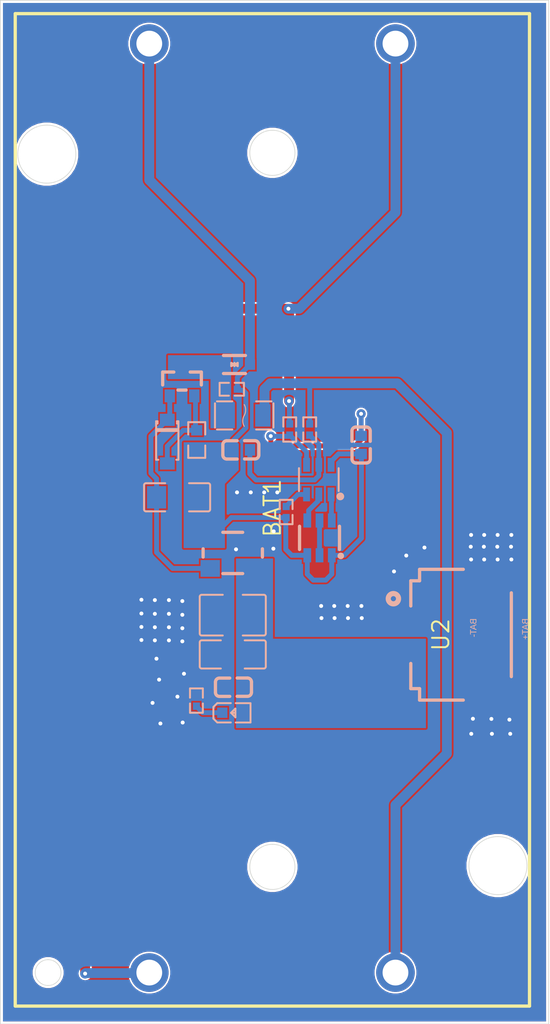
<source format=kicad_pcb>
(kicad_pcb (version 20240108) (generator "pcbnew") (generator_version "8.0")
  (layers (0 "F.Cu" signal) (31 "B.Cu" signal) (34 "B.Paste" user) (35 "F.Paste" user) (36 "B.SilkS" user "B.Silkscreen") (37 "F.SilkS" user "F.Silkscreen") (38 "B.Mask" user) (39 "F.Mask" user) (44 "Edge.Cuts" user))
  (net 0 "")
  (footprint "Battery circuit PCB.PcbLib:2 CELL BATTERY CASE" (layer "F.Cu") (at 142.4354 101.6252 90)
    (property "Reference" "BAT1" (at 0 0 90) (layer "F.SilkS") (effects (font (size 1.27 1.27))))
    (property "Value" "" (hide yes))
    (fp_line (start 38.36289 -19.94992) (end 38.36289 19.95) (stroke (width 0.254)) (layer "F.SilkS"))
    (fp_line (start -38.63696 -19.94992) (end 38.36289 -19.94992) (stroke (width 0.254)) (layer "F.SilkS"))
    (fp_line (start -38.63696 -19.94992) (end -38.63696 19.95) (stroke (width 0.254)) (layer "F.SilkS"))
    (fp_line (start -38.63696 19.95) (end 38.36289 19.95) (stroke (width 0.254)) (layer "F.SilkS"))
    (pad "1" thru_hole circle (at -36.03732 -9.55009 90) (size 2.99999 2.99999) (drill 2 (offset -0.00008 0.00008)) (layers "*.Cu" "*.Mask"))
    (pad "2" thru_hole circle (at -36.03732 9.55002 90) (size 2.99999 2.99999) (drill 2 (offset -0.00008 0)) (layers "*.Cu" "*.Mask"))
    (pad "3" thru_hole circle (at 36.03739 9.55002 90) (size 2.99999 2.99999) (drill 2) (layers "*.Cu" "*.Mask"))
    (pad "4" thru_hole circle (at 36.03739 -9.55009 90) (size 2.99999 2.99999) (drill 2 (offset 0 0.00008)) (layers "*.Cu" "*.Mask"))
  )
  (footprint "Battery circuit PCB.PcbLib:P MOS" (layer "B.Cu") (at 135.425 91.77 -90)
    (property "Reference" "Q1" (hide yes))
    (property "Value" "" (hide yes))
    (fp_line (start -0.7 1.5) (end -0.7 0.63599) (stroke (width 0.254)) (layer "B.SilkS"))
    (fp_line (start 0.30002 1.5) (end -0.7 1.5) (stroke (width 0.254)) (layer "B.SilkS"))
    (fp_line (start 0.7 0.31397) (end 0.7 -0.31397) (stroke (width 0.254)) (layer "B.SilkS"))
    (fp_line (start -0.7 -0.63599) (end -0.7 -1.5) (stroke (width 0.254)) (layer "B.SilkS"))
    (fp_line (start 0.30002 -1.5) (end -0.7 -1.5) (stroke (width 0.254)) (layer "B.SilkS"))
    (pad "1" smd rect (at 1.15001 -0.95001 90) (size 1 0.8) (layers "B.Cu" "B.Paste" "B.Mask"))
    (pad "2" smd rect (at 1.15001 0.95001 90) (size 1 0.8) (layers "B.Cu" "B.Paste" "B.Mask"))
    (pad "3" smd rect (at -1.15001 0.00005 90) (size 1 0.8) (layers "B.Cu" "B.Paste" "B.Mask"))
  )
  (footprint "Battery circuit PCB.PcbLib:330R RES" (layer "B.Cu") (at 136.5426 116.5604 -90)
    (property "Reference" "R2" (hide yes))
    (property "Value" "" (hide yes))
    (fp_line (start -0.94425 0.4986) (end -0.94425 -0.4986) (stroke (width 0.1524)) (layer "B.SilkS"))
    (fp_line (start -0.22621 0.4986) (end -0.94425 0.4986) (stroke (width 0.1524)) (layer "B.SilkS"))
    (fp_line (start 0.94424 0.4986) (end 0.22621 0.4986) (stroke (width 0.1524)) (layer "B.SilkS"))
    (fp_line (start 0.94424 0.4986) (end 0.94424 -0.4986) (stroke (width 0.1524)) (layer "B.SilkS"))
    (fp_line (start -0.22621 -0.4986) (end -0.94425 -0.4986) (stroke (width 0.1524)) (layer "B.SilkS"))
    (fp_line (start 0.94424 -0.4986) (end 0.22621 -0.4986) (stroke (width 0.1524)) (layer "B.SilkS"))
    (pad "1" smd rect (at -0.43282 0 270) (size 0.56566 0.54) (layers "B.Cu" "B.Paste" "B.Mask"))
    (pad "2" smd rect (at 0.43282 0 270) (size 0.56566 0.54) (layers "B.Cu" "B.Paste" "B.Mask"))
  )
  (footprint "Battery circuit PCB.PcbLib:470R RES" (layer "B.Cu") (at 145.331 95.52818 90)
    (property "Reference" "R3" (hide yes))
    (property "Value" "" (hide yes))
    (fp_line (start 0.94424 -0.4986) (end 0.94424 0.4986) (stroke (width 0.1524)) (layer "B.SilkS"))
    (fp_line (start 0.22621 -0.4986) (end 0.94424 -0.4986) (stroke (width 0.1524)) (layer "B.SilkS"))
    (fp_line (start -0.94425 -0.4986) (end -0.22622 -0.4986) (stroke (width 0.1524)) (layer "B.SilkS"))
    (fp_line (start -0.94425 -0.4986) (end -0.94425 0.4986) (stroke (width 0.1524)) (layer "B.SilkS"))
    (fp_line (start 0.22621 0.4986) (end 0.94424 0.4986) (stroke (width 0.1524)) (layer "B.SilkS"))
    (fp_line (start -0.94425 0.4986) (end -0.22622 0.4986) (stroke (width 0.1524)) (layer "B.SilkS"))
    (pad "1" smd rect (at -0.43282 0 90) (size 0.56566 0.54) (layers "B.Cu" "B.Paste" "B.Mask"))
    (pad "2" smd rect (at 0.43281 0 90) (size 0.56566 0.54) (layers "B.Cu" "B.Paste" "B.Mask"))
  )
  (footprint "Battery circuit PCB.PcbLib:2K RES" (layer "B.Cu") (at 143.5022 101.93 90)
    (property "Reference" "R5" (hide yes))
    (property "Value" "" (hide yes))
    (fp_line (start 0.94425 -0.4986) (end 0.94425 0.4986) (stroke (width 0.1524)) (layer "B.SilkS"))
    (fp_line (start 0.22621 -0.4986) (end 0.94425 -0.4986) (stroke (width 0.1524)) (layer "B.SilkS"))
    (fp_line (start -0.94424 -0.4986) (end -0.22621 -0.4986) (stroke (width 0.1524)) (layer "B.SilkS"))
    (fp_line (start -0.94424 -0.4986) (end -0.94424 0.4986) (stroke (width 0.1524)) (layer "B.SilkS"))
    (fp_line (start 0.22621 0.4986) (end 0.94425 0.4986) (stroke (width 0.1524)) (layer "B.SilkS"))
    (fp_line (start -0.94424 0.4986) (end -0.22621 0.4986) (stroke (width 0.1524)) (layer "B.SilkS"))
    (pad "1" smd rect (at -0.43282 0 90) (size 0.56566 0.54) (layers "B.Cu" "B.Paste" "B.Mask"))
    (pad "2" smd rect (at 0.43282 0 90) (size 0.56566 0.54) (layers "B.Cu" "B.Paste" "B.Mask"))
  )
  (footprint "Battery circuit PCB.PcbLib:2 N MOS" (layer "B.Cu") (at 146.093 103.9366 -90)
    (property "Reference" "Q2" (hide yes))
    (property "Value" "" (hide yes))
    (fp_line (start 0.90002 1.54991) (end -0.9 1.54991) (stroke (width 0.254)) (layer "B.SilkS"))
    (fp_line (start 0.90002 -1.55011) (end -0.9 -1.55011) (stroke (width 0.254)) (layer "B.SilkS"))
    (fp_circle (center 1.397 -1.651) (end 1.27 -1.651) (stroke (width 0.254)) (fill none) (layer "B.SilkS"))
    (pad "1" smd rect (at 1.35001 -0.94996 270) (size 1.1 0.6) (layers "B.Cu" "B.Paste" "B.Mask"))
    (pad "2" smd rect (at 1.35001 0 270) (size 1.1 0.6) (layers "B.Cu" "B.Paste" "B.Mask"))
    (pad "3" smd rect (at 1.35001 0.94996 270) (size 1.1 0.6) (layers "B.Cu" "B.Paste" "B.Mask"))
    (pad "4" smd rect (at -1.35001 0.94996 270) (size 1.1 0.6) (layers "B.Cu" "B.Paste" "B.Mask"))
    (pad "5" smd rect (at -1.35001 0 270) (size 1.1 0.6) (layers "B.Cu" "B.Paste" "B.Mask"))
    (pad "6" smd rect (at -1.35001 -0.94996 270) (size 1.1 0.6) (layers "B.Cu" "B.Paste" "B.Mask"))
  )
  (footprint "Battery circuit PCB.PcbLib:47UF CAP" (layer "B.Cu") (at 139.362 112.979)
    (property "Reference" "C2" (hide yes))
    (property "Value" "" (hide yes))
    (fp_line (start -2.5636 0.94021) (end -2.5636 -0.94021) (stroke (width 0.1524)) (layer "B.SilkS"))
    (fp_line (start -2.4112 -1.09261) (end -0.92621 -1.09261) (stroke (width 0.1524)) (layer "B.SilkS"))
    (fp_line (start -2.4112 1.09261) (end -0.92621 1.09261) (stroke (width 0.1524)) (layer "B.SilkS"))
    (fp_line (start 0.92621 -1.09261) (end 2.4112 -1.09261) (stroke (width 0.1524)) (layer "B.SilkS"))
    (fp_line (start 0.92621 1.09261) (end 2.4112 1.09261) (stroke (width 0.1524)) (layer "B.SilkS"))
    (fp_line (start 2.5636 0.94021) (end 2.5636 -0.94021) (stroke (width 0.1524)) (layer "B.SilkS"))
    (fp_arc (start -2.5636 -0.94021) (mid -2.518963 -1.047973) (end -2.4112 -1.09261) (stroke (width 0.1524)) (layer "B.SilkS"))
    (fp_arc (start -2.4112 1.09261) (mid -2.518963 1.047973) (end -2.5636 0.94021) (stroke (width 0.1524)) (layer "B.SilkS"))
    (fp_arc (start 2.4112 -1.09261) (mid 2.518967 -1.047974) (end 2.5636 -0.94021) (stroke (width 0.1524)) (layer "B.SilkS"))
    (fp_arc (start 2.5636 0.94021) (mid 2.51896 1.047967) (end 2.4112 1.09261) (stroke (width 0.1524)) (layer "B.SilkS"))
    (pad "1" smd rect (at -1.59258 0) (size 1.48501 1.72799) (layers "B.Cu" "B.Paste" "B.Mask"))
    (pad "2" smd rect (at 1.59258 0) (size 1.48501 1.72799) (layers "B.Cu" "B.Paste" "B.Mask"))
  )
  (footprint "Battery circuit PCB.PcbLib:470R RES" (layer "B.Cu") (at 143.7816 95.52818 90)
    (property "Reference" "R4" (hide yes))
    (property "Value" "" (hide yes))
    (fp_line (start 0.94424 -0.4986) (end 0.94424 0.4986) (stroke (width 0.1524)) (layer "B.SilkS"))
    (fp_line (start 0.22621 -0.4986) (end 0.94424 -0.4986) (stroke (width 0.1524)) (layer "B.SilkS"))
    (fp_line (start -0.94425 -0.4986) (end -0.22622 -0.4986) (stroke (width 0.1524)) (layer "B.SilkS"))
    (fp_line (start -0.94425 -0.4986) (end -0.94425 0.4986) (stroke (width 0.1524)) (layer "B.SilkS"))
    (fp_line (start 0.22621 0.4986) (end 0.94424 0.4986) (stroke (width 0.1524)) (layer "B.SilkS"))
    (fp_line (start -0.94425 0.4986) (end -0.22622 0.4986) (stroke (width 0.1524)) (layer "B.SilkS"))
    (pad "1" smd rect (at -0.43282 0 90) (size 0.56566 0.54) (layers "B.Cu" "B.Paste" "B.Mask"))
    (pad "2" smd rect (at 0.43281 0 90) (size 0.56566 0.54) (layers "B.Cu" "B.Paste" "B.Mask"))
  )
  (footprint "Battery circuit PCB.PcbLib:LED" (layer "B.Cu") (at 139.34887 117.50358)
    (property "Reference" "LED1" (hide yes))
    (property "Value" "" (hide yes))
    (fp_line (start -1.48964 -0.44577) (end -1.18969 -0.74585) (stroke (width 0.15001)) (layer "B.SilkS"))
    (fp_line (start -1.48964 -0.34575) (end -1.48964 -0.44577) (stroke (width 0.15001)) (layer "B.SilkS"))
    (fp_line (start -1.48964 0.35418) (end -1.48964 -0.34575) (stroke (width 0.15001)) (layer "B.SilkS"))
    (fp_line (start -1.48964 0.45433) (end -1.48964 0.35418) (stroke (width 0.15001)) (layer "B.SilkS"))
    (fp_line (start -1.48964 0.45433) (end -1.18969 0.75428) (stroke (width 0.15001)) (layer "B.SilkS"))
    (fp_line (start -1.18969 -0.74585) (end -0.13957 -0.74585) (stroke (width 0.15001)) (layer "B.SilkS"))
    (fp_line (start -1.18969 0.75428) (end -0.13957 0.75428) (stroke (width 0.15001)) (layer "B.SilkS"))
    (fp_line (start -0.11961 0.00653) (end 0.21049 -0.3235) (stroke (width 0.15001)) (layer "B.SilkS"))
    (fp_line (start -0.11961 0.00653) (end 0.22039 0.00653) (stroke (width 0.15001)) (layer "B.SilkS"))
    (fp_line (start -0.11961 0.00653) (end 0.22039 0.34653) (stroke (width 0.15001)) (layer "B.SilkS"))
    (fp_line (start 0.21049 -0.3235) (end 0.22039 -0.3235) (stroke (width 0.15001)) (layer "B.SilkS"))
    (fp_line (start 0.22039 0.35654) (end 0.22039 -0.3235) (stroke (width 0.15001)) (layer "B.SilkS"))
    (fp_line (start 0.22039 0.35654) (end 0.22039 0.34653) (stroke (width 0.15001)) (layer "B.SilkS"))
    (fp_line (start 0.24044 -0.74356) (end 1.3905 -0.74356) (stroke (width 0.15001)) (layer "B.SilkS"))
    (fp_line (start 0.24044 0.75656) (end 1.3905 0.75656) (stroke (width 0.15001)) (layer "B.SilkS"))
    (fp_line (start 1.3905 0.75651) (end 1.3905 -0.72347) (stroke (width 0.15001)) (layer "B.SilkS"))
    (pad "1" smd rect (at -0.79967 -0.00338 270) (size 0.8 0.8) (layers "B.Cu" "B.Paste" "B.Mask"))
    (pad "2" smd rect (at 0.79951 0.00348 270) (size 0.8 0.8) (layers "B.Cu" "B.Paste" "B.Mask"))
  )
  (footprint "Battery circuit PCB.PcbLib:10R RES" (layer "B.Cu") (at 136.568 96.342 90)
    (property "Reference" "R1" (hide yes))
    (property "Value" "" (hide yes))
    (fp_line (start 1.38509 -0.6606) (end 1.38509 0.6606) (stroke (width 0.1524)) (layer "B.SilkS"))
    (fp_line (start 0.42621 -0.6606) (end 1.38509 -0.6606) (stroke (width 0.1524)) (layer "B.SilkS"))
    (fp_line (start -1.38509 -0.6606) (end -0.42621 -0.6606) (stroke (width 0.1524)) (layer "B.SilkS"))
    (fp_line (start -1.38509 -0.6606) (end -1.38509 0.6606) (stroke (width 0.1524)) (layer "B.SilkS"))
    (fp_line (start 0.42621 0.6606) (end 1.38509 0.6606) (stroke (width 0.1524)) (layer "B.SilkS"))
    (fp_line (start -1.38509 0.6606) (end -0.42621 0.6606) (stroke (width 0.1524)) (layer "B.SilkS"))
    (pad "1" smd rect (at -0.75336 0 90) (size 0.80648 0.86401) (layers "B.Cu" "B.Paste" "B.Mask"))
    (pad "2" smd rect (at 0.75336 0 90) (size 0.80648 0.86401) (layers "B.Cu" "B.Paste" "B.Mask"))
  )
  (footprint "Battery circuit PCB.PcbLib:ESD DIODE" (layer "B.Cu") (at 139.489 90.5 180)
    (property "Reference" "D2" (hide yes))
    (property "Value" "" (hide yes))
    (fp_line (start 0.84491 0.71516) (end -0.85512 0.71516) (stroke (width 0.254)) (layer "B.SilkS"))
    (fp_line (start 0.84491 -0.68483) (end -0.85512 -0.68483) (stroke (width 0.254)) (layer "B.SilkS"))
    (fp_line (start 0.24803 0.14168) (end -0.00292 0.01468) (stroke (width 0.154)) (layer "B.SilkS"))
    (fp_line (start 0.24803 -0.11232) (end 0.24803 0.14168) (stroke (width 0.154)) (layer "B.SilkS"))
    (fp_line (start 0.24803 -0.11232) (end -0.00373 0.01161) (stroke (width 0.154)) (layer "B.SilkS"))
    (fp_line (start 0.12103 0.01468) (end -0.00902 0.01468) (stroke (width 0.154)) (layer "B.SilkS"))
    (fp_line (start -0.00292 0.01468) (end -0.13297 0.01468) (stroke (width 0.154)) (layer "B.SilkS"))
    (fp_line (start -0.00597 -0.11232) (end -0.00597 0.14168) (stroke (width 0.154)) (layer "B.SilkS"))
    (fp_line (start -0.0082 0.01768) (end -0.25997 0.14168) (stroke (width 0.154)) (layer "B.SilkS"))
    (fp_line (start -0.00902 0.01468) (end -0.25997 -0.11232) (stroke (width 0.154)) (layer "B.SilkS"))
    (fp_line (start -0.25997 -0.11232) (end -0.25997 0.14168) (stroke (width 0.154)) (layer "B.SilkS"))
    (pad "1" smd rect (at -1.20498 0 180) (size 0.8 0.8) (layers "B.Cu" "B.Paste" "B.Mask"))
    (pad "2" smd rect (at 1.20498 0 180) (size 0.8 0.8) (layers "B.Cu" "B.Paste" "B.Mask"))
  )
  (footprint "Battery circuit PCB.PcbLib:47UF CAP" (layer "B.Cu") (at 135.044 100.787 180)
    (property "Reference" "C1" (hide yes))
    (property "Value" "" (hide yes))
    (fp_line (start 2.5636 -0.94021) (end 2.5636 0.94021) (stroke (width 0.1524)) (layer "B.SilkS"))
    (fp_line (start 2.4112 1.09261) (end 0.92621 1.09261) (stroke (width 0.1524)) (layer "B.SilkS"))
    (fp_line (start 2.4112 -1.09261) (end 0.92621 -1.09261) (stroke (width 0.1524)) (layer "B.SilkS"))
    (fp_line (start -0.92621 1.09261) (end -2.4112 1.09261) (stroke (width 0.1524)) (layer "B.SilkS"))
    (fp_line (start -0.92621 -1.09261) (end -2.4112 -1.09261) (stroke (width 0.1524)) (layer "B.SilkS"))
    (fp_line (start -2.5636 -0.94021) (end -2.5636 0.94021) (stroke (width 0.1524)) (layer "B.SilkS"))
    (fp_arc (start 2.5636 0.94021) (mid 2.51896 1.047967) (end 2.4112 1.09261) (stroke (width 0.1524)) (layer "B.SilkS"))
    (fp_arc (start 2.4112 -1.09261) (mid 2.518967 -1.047974) (end 2.5636 -0.94021) (stroke (width 0.1524)) (layer "B.SilkS"))
    (fp_arc (start -2.4112 1.09261) (mid -2.518963 1.047973) (end -2.5636 0.94021) (stroke (width 0.1524)) (layer "B.SilkS"))
    (fp_arc (start -2.5636 -0.94021) (mid -2.518963 -1.047973) (end -2.4112 -1.09261) (stroke (width 0.1524)) (layer "B.SilkS"))
    (pad "1" smd rect (at -1.59258 0 180) (size 1.48501 1.72799) (layers "B.Cu" "B.Paste" "B.Mask"))
    (pad "2" smd rect (at 1.59258 0 180) (size 1.48501 1.72799) (layers "B.Cu" "B.Paste" "B.Mask"))
  )
  (footprint "Battery circuit PCB.PcbLib:VARISTOR" (layer "B.Cu") (at 139.28682 92.405 180)
    (property "Reference" "M1" (hide yes))
    (property "Value" "" (hide yes))
    (fp_line (start 0.94425 0.4986) (end 0.22622 0.4986) (stroke (width 0.1524)) (layer "B.SilkS"))
    (fp_line (start 0.94425 -0.4986) (end 0.94425 0.4986) (stroke (width 0.1524)) (layer "B.SilkS"))
    (fp_line (start 0.94425 -0.4986) (end 0.22622 -0.4986) (stroke (width 0.1524)) (layer "B.SilkS"))
    (fp_line (start -0.22621 0.4986) (end -0.94424 0.4986) (stroke (width 0.1524)) (layer "B.SilkS"))
    (fp_line (start -0.22621 -0.4986) (end -0.94424 -0.4986) (stroke (width 0.1524)) (layer "B.SilkS"))
    (fp_line (start -0.94424 -0.4986) (end -0.94424 0.4986) (stroke (width 0.1524)) (layer "B.SilkS"))
    (pad "1" smd rect (at -0.43281 0 180) (size 0.56566 0.54) (layers "B.Cu" "B.Paste" "B.Mask"))
    (pad "2" smd rect (at 0.43282 0 180) (size 0.56566 0.54) (layers "B.Cu" "B.Paste" "B.Mask"))
  )
  (footprint "Battery circuit PCB.PcbLib:10UF CAP" (layer "B.Cu") (at 139.362 109.931)
    (property "Reference" "C3" (hide yes))
    (property "Value" "" (hide yes))
    (fp_line (start -2.5636 1.42621) (end -2.5636 -1.42621) (stroke (width 0.1524)) (layer "B.SilkS"))
    (fp_line (start -2.4112 -1.57861) (end -0.7762 -1.57861) (stroke (width 0.1524)) (layer "B.SilkS"))
    (fp_line (start -2.4112 1.57861) (end -0.7762 1.57861) (stroke (width 0.1524)) (layer "B.SilkS"))
    (fp_line (start 0.7762 -1.57861) (end 2.4112 -1.57861) (stroke (width 0.1524)) (layer "B.SilkS"))
    (fp_line (start 0.7762 1.57861) (end 2.4112 1.57861) (stroke (width 0.1524)) (layer "B.SilkS"))
    (fp_line (start 2.5636 1.42621) (end 2.5636 -1.42621) (stroke (width 0.1524)) (layer "B.SilkS"))
    (fp_arc (start -2.5636 -1.42621) (mid -2.518963 -1.533973) (end -2.4112 -1.57861) (stroke (width 0.1524)) (layer "B.SilkS"))
    (fp_arc (start -2.4112 1.57861) (mid -2.518963 1.533973) (end -2.5636 1.42621) (stroke (width 0.1524)) (layer "B.SilkS"))
    (fp_arc (start 2.4112 -1.57861) (mid 2.518967 -1.533974) (end 2.5636 -1.42621) (stroke (width 0.1524)) (layer "B.SilkS"))
    (fp_arc (start 2.5636 1.42621) (mid 2.51896 1.533967) (end 2.4112 1.57861) (stroke (width 0.1524)) (layer "B.SilkS"))
    (pad "1" smd rect (at -1.5174 0) (size 1.635 2.7) (layers "B.Cu" "B.Paste" "B.Mask"))
    (pad "2" smd rect (at 1.5174 0) (size 1.635 2.7) (layers "B.Cu" "B.Paste" "B.Mask"))
  )
  (footprint "Battery circuit PCB.PcbLib:SMD JST 2P" (layer "B.Cu") (at 155.50802 111.44954 -90)
    (property "Reference" "U2" (at 0 0 -90) (layer "F.SilkS") (effects (font (size 1.27 1.27))))
    (property "Value" "" (hide yes))
    (fp_line (start -4.18407 2.33307) (end -4.18407 1.651) (stroke (width 0.254)) (layer "B.SilkS"))
    (fp_line (start -2.23119 2.33307) (end -4.18407 2.33307) (stroke (width 0.254)) (layer "B.SilkS"))
    (fp_line (start 4.18389 2.33302) (end 2.23108 2.33302) (stroke (width 0.254)) (layer "B.SilkS"))
    (fp_line (start 4.18389 2.33302) (end 4.18389 1.65103) (stroke (width 0.254)) (layer "B.SilkS"))
    (fp_line (start 5.07289 1.65103) (end 4.18389 1.65103) (stroke (width 0.254)) (layer "B.SilkS"))
    (fp_line (start 5.07289 1.65103) (end 5.07289 -1.7386) (stroke (width 0.254)) (layer "B.SilkS"))
    (fp_line (start -5.07307 1.651) (end -5.07307 -1.73863) (stroke (width 0.254)) (layer "B.SilkS"))
    (fp_line (start -4.18407 1.651) (end -5.07307 1.651) (stroke (width 0.254)) (layer "B.SilkS"))
    (fp_line (start 3.25 -5.46699) (end -3.24958 -5.46699) (stroke (width 0.254)) (layer "B.SilkS"))
    (fp_circle (center -2.79387 3.683) (end -2.99377 3.683) (stroke (width 0.4)) (fill none) (layer "B.SilkS"))
    (pad "1" smd rect (at -1.25006 3.70002 270) (size 1.5 3.49999) (layers "B.Cu" "B.Paste" "B.Mask"))
    (pad "2" smd rect (at 1.25006 3.70002 270) (size 1.5 3.49999) (layers "B.Cu" "B.Paste" "B.Mask"))
    (pad "3" smd rect (at 4.22999 -3.70002 270) (size 1.5 3.49999) (layers "B.Cu" "B.Paste" "B.Mask"))
    (pad "4" smd rect (at -4.22999 -3.70002 270) (size 1.5 3.49999) (layers "B.Cu" "B.Paste" "B.Mask"))
  )
  (footprint "Battery circuit PCB.PcbLib:FUSE_2" (layer "B.Cu") (at 140.251 94.437 180)
    (property "Reference" "F1" (hide yes))
    (property "Value" "" (hide yes))
    (fp_line (start 2.2687 -0.94021) (end 2.2687 0.94021) (stroke (width 0.1524)) (layer "B.SilkS"))
    (fp_line (start 2.1163 1.09261) (end 0.92621 1.09261) (stroke (width 0.1524)) (layer "B.SilkS"))
    (fp_line (start 2.1163 -1.09261) (end 0.92621 -1.09261) (stroke (width 0.1524)) (layer "B.SilkS"))
    (fp_line (start -0.92619 1.09261) (end -2.1163 1.09261) (stroke (width 0.1524)) (layer "B.SilkS"))
    (fp_line (start -0.92619 -1.09261) (end -2.1163 -1.09261) (stroke (width 0.1524)) (layer "B.SilkS"))
    (fp_line (start -2.2687 -0.94021) (end -2.2687 0.94021) (stroke (width 0.1524)) (layer "B.SilkS"))
    (fp_arc (start 0.000007 -0.84496) (mid 0.11321 -0.42248) (end 0.000007 0) (stroke (width 0.0762)) (layer "B.SilkS"))
    (fp_arc (start -0.000007 0.84496) (mid -0.11321 0.42248) (end -0.000007 0) (stroke (width 0.0762)) (layer "B.SilkS"))
    (pad "1" smd rect (at -1.44501 0 180) (size 1.19009 1.72799) (layers "B.Cu" "B.Paste" "B.Mask"))
    (pad "2" smd rect (at 1.44501 0 180) (size 1.19009 1.72799) (layers "B.Cu" "B.Paste" "B.Mask"))
  )
  (footprint "Battery circuit PCB.PcbLib:BMS" (layer "B.Cu") (at 146.03896 99.418 180)
    (property "Reference" "U1" (hide yes))
    (property "Value" "" (hide yes))
    (fp_line (start 1.53919 -0.88921) (end 1.53919 0.8892) (stroke (width 0.1524)) (layer "B.SilkS"))
    (fp_line (start -1.53919 -0.88921) (end -1.53919 0.8892) (stroke (width 0.1524)) (layer "B.SilkS"))
    (fp_circle (center -1.66827 -1.3015) (end -1.66827 -1.15139) (stroke (width 0.3)) (fill none) (layer "B.SilkS"))
    (pad "1" smd rect (at -0.94996 -1.1491 180) (size 0.532 1.07201) (layers "B.Cu" "B.Paste" "B.Mask"))
    (pad "2" smd rect (at 0 -1.1491 180) (size 0.532 1.07201) (layers "B.Cu" "B.Paste" "B.Mask"))
    (pad "3" smd rect (at 0.94996 -1.1491 180) (size 0.532 1.07201) (layers "B.Cu" "B.Paste" "B.Mask"))
    (pad "4" smd rect (at 0.94996 1.14909 180) (size 0.532 1.07201) (layers "B.Cu" "B.Paste" "B.Mask"))
    (pad "5" smd rect (at 0 1.14909 180) (size 0.532 1.07201) (layers "B.Cu" "B.Paste" "B.Mask"))
    (pad "6" smd rect (at -0.94996 1.14909 180) (size 0.532 1.07201) (layers "B.Cu" "B.Paste" "B.Mask"))
  )
  (footprint "Battery circuit PCB.PcbLib:100NF CAP" (layer "B.Cu") (at 149.3188 96.723 90)
    (property "Reference" "C5" (hide yes))
    (property "Value" "" (hide yes))
    (fp_line (start 0.28026 -0.71003) (end 1.08024 -0.71003) (stroke (width 0.254)) (layer "B.SilkS"))
    (fp_line (start -1.09563 -0.70416) (end -0.29563 -0.70416) (stroke (width 0.254)) (layer "B.SilkS"))
    (fp_line (start 1.39002 -0.40025) (end 1.39002 0.39977) (stroke (width 0.254)) (layer "B.SilkS"))
    (fp_line (start -1.40546 -0.39436) (end -1.40546 0.40561) (stroke (width 0.254)) (layer "B.SilkS"))
    (fp_line (start 0.28026 0.70963) (end 1.08024 0.70963) (stroke (width 0.254)) (layer "B.SilkS"))
    (fp_line (start -1.09563 0.71544) (end -0.29563 0.71544) (stroke (width 0.254)) (layer "B.SilkS"))
    (fp_arc (start 1.08019 -0.71003) (mid 1.299279 -0.619286) (end 1.39002 -0.4002) (stroke (width 0.254)) (layer "B.SilkS"))
    (fp_arc (start -1.40551 -0.394364) (mid -1.314772 -0.613464) (end -1.095679 -0.70422) (stroke (width 0.254)) (layer "B.SilkS"))
    (fp_arc (start 1.39002 0.399774) (mid 1.299281 0.618871) (end 1.080189 0.70963) (stroke (width 0.254)) (layer "B.SilkS"))
    (fp_arc (start -1.09568 0.71544) (mid -1.314763 0.624693) (end -1.40551 0.40561) (stroke (width 0.254)) (layer "B.SilkS"))
    (pad "1" smd rect (at -0.70002 0 90) (size 0.8 0.9) (layers "B.Cu" "B.Paste" "B.Mask"))
    (pad "2" smd rect (at 0.70002 0 90) (size 0.8 0.9) (layers "B.Cu" "B.Paste" "B.Mask"))
  )
  (footprint "Battery circuit PCB.PcbLib:100NF CAP" (layer "B.Cu") (at 139.42398 115.519)
    (property "Reference" "C4" (hide yes))
    (property "Value" "" (hide yes))
    (fp_line (start -1.40546 0.40561) (end -1.40546 -0.39436) (stroke (width 0.254)) (layer "B.SilkS"))
    (fp_line (start -1.09563 -0.70416) (end -0.29563 -0.70416) (stroke (width 0.254)) (layer "B.SilkS"))
    (fp_line (start -1.09563 0.71544) (end -0.29563 0.71544) (stroke (width 0.254)) (layer "B.SilkS"))
    (fp_line (start 0.28026 -0.71003) (end 1.08023 -0.71003) (stroke (width 0.254)) (layer "B.SilkS"))
    (fp_line (start 0.28026 0.70962) (end 1.08023 0.70962) (stroke (width 0.254)) (layer "B.SilkS"))
    (fp_line (start 1.39001 0.39977) (end 1.39001 -0.40025) (stroke (width 0.254)) (layer "B.SilkS"))
    (fp_arc (start -1.40551 -0.394364) (mid -1.314772 -0.613464) (end -1.095679 -0.70422) (stroke (width 0.254)) (layer "B.SilkS"))
    (fp_arc (start -1.09568 0.71544) (mid -1.314763 0.624693) (end -1.40551 0.40561) (stroke (width 0.254)) (layer "B.SilkS"))
    (fp_arc (start 1.08018 -0.71003) (mid 1.299263 -0.619283) (end 1.39001 -0.4002) (stroke (width 0.254)) (layer "B.SilkS"))
    (fp_arc (start 1.39001 0.399774) (mid 1.299272 0.618874) (end 1.080179 0.70963) (stroke (width 0.254)) (layer "B.SilkS"))
    (pad "1" smd rect (at -0.70003 0) (size 0.8 0.9) (layers "B.Cu" "B.Paste" "B.Mask"))
    (pad "2" smd rect (at 0.70002 0) (size 0.8 0.9) (layers "B.Cu" "B.Paste" "B.Mask"))
  )
  (footprint "Battery circuit PCB.PcbLib:100NF CAP" (layer "B.Cu") (at 139.997 97.104)
    (property "Reference" "C6" (hide yes))
    (property "Value" "" (hide yes))
    (fp_line (start -1.40546 0.40561) (end -1.40546 -0.39436) (stroke (width 0.254)) (layer "B.SilkS"))
    (fp_line (start -1.09563 -0.70416) (end -0.29563 -0.70416) (stroke (width 0.254)) (layer "B.SilkS"))
    (fp_line (start -1.09563 0.71544) (end -0.29563 0.71544) (stroke (width 0.254)) (layer "B.SilkS"))
    (fp_line (start 0.28026 -0.71003) (end 1.08024 -0.71003) (stroke (width 0.254)) (layer "B.SilkS"))
    (fp_line (start 0.28026 0.70962) (end 1.08024 0.70962) (stroke (width 0.254)) (layer "B.SilkS"))
    (fp_line (start 1.39002 0.39977) (end 1.39002 -0.40025) (stroke (width 0.254)) (layer "B.SilkS"))
    (fp_arc (start -1.40551 -0.394364) (mid -1.314772 -0.613464) (end -1.095679 -0.70422) (stroke (width 0.254)) (layer "B.SilkS"))
    (fp_arc (start -1.09568 0.71544) (mid -1.314763 0.624693) (end -1.40551 0.40561) (stroke (width 0.254)) (layer "B.SilkS"))
    (fp_arc (start 1.08019 -0.71003) (mid 1.299279 -0.619286) (end 1.39002 -0.4002) (stroke (width 0.254)) (layer "B.SilkS"))
    (fp_arc (start 1.39002 0.399774) (mid 1.299281 0.618871) (end 1.080189 0.70963) (stroke (width 0.254)) (layer "B.SilkS"))
    (pad "1" smd rect (at -0.70002 0) (size 0.8 0.9) (layers "B.Cu" "B.Paste" "B.Mask"))
    (pad "2" smd rect (at 0.70002 0) (size 0.8 0.9) (layers "B.Cu" "B.Paste" "B.Mask"))
  )
  (footprint "Battery circuit PCB.PcbLib:ZENER DIODE" (layer "B.Cu") (at 134.282 96.469 -90)
    (property "Reference" "D1" (hide yes))
    (property "Value" "" (hide yes))
    (fp_line (start -1.58001 0.86619) (end -1.58001 0.75514) (stroke (width 0.152)) (layer "B.SilkS"))
    (fp_line (start -1.40617 0.86619) (end -1.58001 0.86619) (stroke (width 0.152)) (layer "B.SilkS"))
    (fp_line (start -1.40617 0.86619) (end -1.40617 0.75514) (stroke (width 0.152)) (layer "B.SilkS"))
    (fp_line (start -0.97 0.86619) (end -0.97 -0.86619) (stroke (width 0.1524)) (layer "B.SilkS"))
    (fp_line (start -0.82713 0.86619) (end -0.82713 -0.86619) (stroke (width 0.152)) (layer "B.SilkS"))
    (fp_line (start 1.40617 0.86619) (end -1.40617 0.86619) (stroke (width 0.1524)) (layer "B.SilkS"))
    (fp_line (start 1.40617 0.86619) (end 1.40617 0.69819) (stroke (width 0.1524)) (layer "B.SilkS"))
    (fp_line (start -1.40617 0.75514) (end -1.58001 0.75514) (stroke (width 0.152)) (layer "B.SilkS"))
    (fp_line (start 1.40617 -0.6982) (end 1.40617 -0.86619) (stroke (width 0.1524)) (layer "B.SilkS"))
    (fp_line (start -1.58001 -0.75514) (end -1.58001 -0.86619) (stroke (width 0.152)) (layer "B.SilkS"))
    (fp_line (start -1.40617 -0.75514) (end -1.58001 -0.75514) (stroke (width 0.152)) (layer "B.SilkS"))
    (fp_line (start -1.40617 -0.75514) (end -1.40617 -0.86619) (stroke (width 0.152)) (layer "B.SilkS"))
    (fp_line (start -1.40617 -0.86619) (end -1.58001 -0.86619) (stroke (width 0.152)) (layer "B.SilkS"))
    (fp_line (start 1.40617 -0.86619) (end -1.40617 -0.86619) (stroke (width 0.1524)) (layer "B.SilkS"))
    (pad "1" smd rect (at -1.6924 0 270) (size 0.95001 1.15001) (layers "B.Cu" "B.Paste" "B.Mask"))
    (pad "2" smd rect (at 1.6924 0 270) (size 0.95001 1.15001) (layers "B.Cu" "B.Paste" "B.Mask"))
  )
  (footprint "Battery circuit PCB.PcbLib:CMC FILTER" (layer "B.Cu") (at 139.362 105.105 90)
    (property "Reference" "L1" (hide yes))
    (property "Value" "" (hide yes))
    (fp_line (start -0.31874 -2.29999) (end 0.31875 -2.29999) (stroke (width 0.254)) (layer "B.SilkS"))
    (fp_line (start 1.6 -0.76886) (end 1.6 0.76886) (stroke (width 0.254)) (layer "B.SilkS"))
    (fp_line (start -1.6 -0.76886) (end -1.6 0.76886) (stroke (width 0.254)) (layer "B.SilkS"))
    (fp_line (start -0.31874 2.3) (end 0.31875 2.3) (stroke (width 0.254)) (layer "B.SilkS"))
    (pad "1" smd rect (at -1.1999 -1.75006 90) (size 1.3 1.5) (layers "B.Cu" "B.Paste" "B.Mask"))
    (pad "2" smd rect (at -1.1999 1.75006 90) (size 1.3 1.5) (layers "B.Cu" "B.Paste" "B.Mask"))
    (pad "3" smd rect (at 1.1999 1.75006 90) (size 1.3 1.5) (layers "B.Cu" "B.Paste" "B.Mask"))
    (pad "4" smd rect (at 1.1999 -1.75006 90) (size 1.3 1.5) (layers "B.Cu" "B.Paste" "B.Mask"))
  )
  (gr_line (start 121.328 141.6556) (end 163.873 141.6556) (stroke (width 0.05)) (layer "Edge.Cuts"))
  (gr_line (start 159.935314 131.612595) (end 159.935316 131.612595) (stroke (width 0.05)) (layer "Edge.Cuts"))
  (gr_line (start 125.03551 136.66259) (end 125.035516 136.6626) (stroke (width 0.05)) (layer "Edge.Cuts"))
  (gr_line (start 121.328 62.2298) (end 121.328 141.6556) (stroke (width 0.05)) (layer "Edge.Cuts"))
  (gr_arc (start 142.435476 131.2128) (mid 140.6854 129.462726) (end 142.435524 127.7127) (stroke (width 0.05)) (layer "Edge.Cuts"))
  (gr_line (start 142.43553 72.31276) (end 142.435524 72.31276) (stroke (width 0.05)) (layer "Edge.Cuts"))
  (gr_line (start 142.435524 72.31276) (end 142.43553 72.31276) (stroke (width 0.05)) (layer "Edge.Cuts"))
  (gr_arc (start 142.435524 127.7127) (mid 144.1855 129.462774) (end 142.435476 131.2128) (stroke (width 0.05)) (layer "Edge.Cuts"))
  (gr_line (start 163.873 62.2298) (end 121.328 62.2298) (stroke (width 0.05)) (layer "Edge.Cuts"))
  (gr_arc (start 159.935314 131.612595) (mid 157.69598 129.362585) (end 159.935364 127.112625) (stroke (width 0.05)) (layer "Edge.Cuts"))
  (gr_arc (start 124.935436 71.912835) (mid 127.174691 74.162845) (end 124.935386 76.412805) (stroke (width 0.05)) (layer "Edge.Cuts"))
  (gr_line (start 124.935436 71.912835) (end 124.93544 71.91284) (stroke (width 0.05)) (layer "Edge.Cuts"))
  (gr_arc (start 125.035516 136.6626) (mid 126.0355 137.662636) (end 125.035464 138.66262) (stroke (width 0.05)) (layer "Edge.Cuts"))
  (gr_line (start 124.93544 71.91284) (end 124.935434 71.912835) (stroke (width 0.05)) (layer "Edge.Cuts"))
  (gr_arc (start 124.935384 76.412805) (mid 122.696069 74.162795) (end 124.935434 71.912835) (stroke (width 0.05)) (layer "Edge.Cuts"))
  (gr_line (start 159.93537 127.11263) (end 159.935364 127.112625) (stroke (width 0.05)) (layer "Edge.Cuts"))
  (gr_line (start 142.435524 127.7127) (end 142.43553 127.7127) (stroke (width 0.05)) (layer "Edge.Cuts"))
  (gr_arc (start 125.035464 138.66262) (mid 124.03548 137.662584) (end 125.035516 136.6626) (stroke (width 0.05)) (layer "Edge.Cuts"))
  (gr_line (start 159.935366 127.112625) (end 159.93537 127.11263) (stroke (width 0.05)) (layer "Edge.Cuts"))
  (gr_line (start 125.035516 136.6626) (end 125.03551 136.66259) (stroke (width 0.05)) (layer "Edge.Cuts"))
  (gr_line (start 163.873 141.6556) (end 163.873 62.2298) (stroke (width 0.05)) (layer "Edge.Cuts"))
  (gr_arc (start 142.435476 75.81286) (mid 140.68544 74.062786) (end 142.435524 72.31276) (stroke (width 0.05)) (layer "Edge.Cuts"))
  (gr_arc (start 159.935366 127.112625) (mid 162.174601 129.362635) (end 159.935316 131.612595) (stroke (width 0.05)) (layer "Edge.Cuts"))
  (gr_line (start 124.935384 76.412805) (end 124.935386 76.412805) (stroke (width 0.05)) (layer "Edge.Cuts"))
  (gr_line (start 142.43553 127.7127) (end 142.435524 127.7127) (stroke (width 0.05)) (layer "Edge.Cuts"))
  (gr_arc (start 142.435524 72.31276) (mid 144.18554 74.062834) (end 142.435476 75.81286) (stroke (width 0.05)) (layer "Edge.Cuts"))
  (gr_text_box "BAT-     BAT+" (start 162.0188 109.8294) (end 162.0188 109.8294) (angle 90) (layer "B.SilkS") (effects (font (size 0.48006 0.48006) (thickness 0.254)) (justify left bottom mirror)) (border no) (stroke (width 0.1)))
  (segment (start 127.9066 137.744) (end 127.9066 92.0494) (width 0.762) (layer "F.Cu") (net 0))
  (segment (start 148.83863 96.7992) (end 149.3188 96.31903) (width 0.381) (layer "F.Cu") (net 0))
  (segment (start 143.7308 93.3194) (end 143.7308 86.2074) (width 0.762) (layer "F.Cu") (net 0))
  (segment (start 133.7994 86.1566) (end 143.68 86.1566) (width 0.762) (layer "F.Cu") (net 0))
  (segment (start 142.3187 96.57601) (end 142.3187 96.0475) (width 0.381) (layer "F.Cu") (net 0))
  (segment (start 127.9066 92.0494) (end 133.7994 86.1566) (width 0.762) (layer "F.Cu") (net 0))
  (segment (start 149.3188 96.31903) (end 149.3188 94.31) (width 0.381) (layer "F.Cu") (net 0))
  (segment (start 142.3084 96.0372) (end 142.3187 96.0475) (width 0.381) (layer "F.Cu") (net 0))
  (segment (start 142.3187 96.57601) (end 142.54188 96.7992) (width 0.381) (layer "F.Cu") (net 0))
  (segment (start 142.54188 96.7992) (end 148.83863 96.7992) (width 0.381) (layer "F.Cu") (net 0))
  (via (at 135.4504 110.947) (size 0.7112) (drill 0.3048) (layers "F.Cu" "B.Cu") (net 0))
  (via (at 157.8532 105.613) (size 0.7112) (drill 0.3048) (layers "F.Cu" "B.Cu") (net 0))
  (via (at 133.4438 113.3092) (size 0.7112) (drill 0.3048) (layers "F.Cu" "B.Cu") (net 0))
  (via (at 152.824 105.3082) (size 0.7112) (drill 0.3048) (layers "F.Cu" "B.Cu") (net 0))
  (via (at 132.2754 111.8614) (size 0.7112) (drill 0.3048) (layers "F.Cu" "B.Cu") (net 0))
  (via (at 149.3442 109.2198) (size 0.7112) (drill 0.3048) (layers "F.Cu" "B.Cu") (net 0))
  (via (at 134.409 108.7626) (size 0.7112) (drill 0.3048) (layers "F.Cu" "B.Cu") (net 0))
  (via (at 160.9774 105.613) (size 0.7112) (drill 0.3048) (layers "F.Cu" "B.Cu") (net 0))
  (via (at 159.9106 103.708) (size 0.7112) (drill 0.3048) (layers "F.Cu" "B.Cu") (net 0))
  (via (at 149.3188 94.31) (size 0.7112) (drill 0.3048) (layers "F.Cu" "B.Cu") (net 0))
  (via (at 149.3696 110.1596) (size 0.7112) (drill 0.3048) (layers "F.Cu" "B.Cu") (net 0))
  (via (at 127.9066 137.744) (size 0.7112) (drill 0.3048) (layers "F.Cu" "B.Cu") (net 0))
  (via (at 157.8532 103.708) (size 0.7112) (drill 0.3048) (layers "F.Cu" "B.Cu") (net 0))
  (via (at 158.8438 104.6224) (size 0.7112) (drill 0.3048) (layers "F.Cu" "B.Cu") (net 0))
  (via (at 134.409 111.8868) (size 0.7112) (drill 0.3048) (layers "F.Cu" "B.Cu") (net 0))
  (via (at 140.759 100.406) (size 0.7112) (drill 0.3048) (layers "F.Cu" "B.Cu") (net 0))
  (via (at 160.82519 118.03822) (size 0.7112) (drill 0.3048) (layers "F.Cu" "B.Cu") (net 0))
  (via (at 143.68 86.1566) (size 0.7112) (drill 0.3048) (layers "F.Cu" "B.Cu") (net 0))
  (via (at 133.3168 109.8294) (size 0.7112) (drill 0.3048) (layers "F.Cu" "B.Cu") (net 0))
  (via (at 135.5774 114.4776) (size 0.7112) (drill 0.3048) (layers "F.Cu" "B.Cu") (net 0))
  (via (at 143.7308 93.3194) (size 0.7112) (drill 0.3048) (layers "F.Cu" "B.Cu") (net 0))
  (via (at 147.2614 110.1596) (size 0.7112) (drill 0.3048) (layers "F.Cu" "B.Cu") (net 0))
  (via (at 160.9774 103.708) (size 0.7112) (drill 0.3048) (layers "F.Cu" "B.Cu") (net 0))
  (via (at 142.3084 96.0372) (size 0.7112) (drill 0.3048) (layers "F.Cu" "B.Cu") (net 0))
  (via (at 132.2754 108.7372) (size 0.7112) (drill 0.3048) (layers "F.Cu" "B.Cu") (net 0))
  (via (at 133.139 116.7382) (size 0.7112) (drill 0.3048) (layers "F.Cu" "B.Cu") (net 0))
  (via (at 157.99425 117.97056) (size 0.7112) (drill 0.3048) (layers "F.Cu" "B.Cu") (net 0))
  (via (at 158.8692 103.708) (size 0.7112) (drill 0.3048) (layers "F.Cu" "B.Cu") (net 0))
  (via (at 133.647 114.9348) (size 0.7112) (drill 0.3048) (layers "F.Cu" "B.Cu") (net 0))
  (via (at 134.409 110.8708) (size 0.7112) (drill 0.3048) (layers "F.Cu" "B.Cu") (net 0))
  (via (at 160.952 104.6224) (size 0.7112) (drill 0.3048) (layers "F.Cu" "B.Cu") (net 0))
  (via (at 133.3168 110.8708) (size 0.7112) (drill 0.3048) (layers "F.Cu" "B.Cu") (net 0))
  (via (at 139.616 104.8256) (size 0.7112) (drill 0.3048) (layers "F.Cu" "B.Cu") (net 0))
  (via (at 135.4504 111.963) (size 0.7112) (drill 0.3048) (layers "F.Cu" "B.Cu") (net 0))
  (via (at 154.23505 104.68636) (size 0.7112) (drill 0.3048) (layers "F.Cu" "B.Cu") (net 0))
  (via (at 135.4504 108.8388) (size 0.7112) (drill 0.3048) (layers "F.Cu" "B.Cu") (net 0))
  (via (at 139.6922 100.406) (size 0.7112) (drill 0.3048) (layers "F.Cu" "B.Cu") (net 0))
  (via (at 159.9106 105.613) (size 0.7112) (drill 0.3048) (layers "F.Cu" "B.Cu") (net 0))
  (via (at 142.8164 100.406) (size 0.7112) (drill 0.3048) (layers "F.Cu" "B.Cu") (net 0))
  (via (at 133.7486 118.3384) (size 0.7112) (drill 0.3048) (layers "F.Cu" "B.Cu") (net 0))
  (via (at 148.3028 110.1596) (size 0.7112) (drill 0.3048) (layers "F.Cu" "B.Cu") (net 0))
  (via (at 133.3168 111.8868) (size 0.7112) (drill 0.3048) (layers "F.Cu" "B.Cu") (net 0))
  (via (at 157.8278 104.6224) (size 0.7112) (drill 0.3048) (layers "F.Cu" "B.Cu") (net 0))
  (via (at 160.88985 119.13896) (size 0.7112) (drill 0.3048) (layers "F.Cu" "B.Cu") (net 0))
  (via (at 141.8004 100.406) (size 0.7112) (drill 0.3048) (layers "F.Cu" "B.Cu") (net 0))
  (via (at 151.87285 106.54056) (size 0.7112) (drill 0.3048) (layers "F.Cu" "B.Cu") (net 0))
  (via (at 159.8852 104.6224) (size 0.7112) (drill 0.3048) (layers "F.Cu" "B.Cu") (net 0))
  (via (at 158.8692 105.613) (size 0.7112) (drill 0.3048) (layers "F.Cu" "B.Cu") (net 0))
  (via (at 142.537 103.4286) (size 0.7112) (drill 0.3048) (layers "F.Cu" "B.Cu") (net 0))
  (via (at 142.5116 104.7748) (size 0.7112) (drill 0.3048) (layers "F.Cu" "B.Cu") (net 0))
  (via (at 159.428 117.9828) (size 0.7112) (drill 0.3048) (layers "F.Cu" "B.Cu") (net 0))
  (via (at 133.3168 108.7626) (size 0.7112) (drill 0.3048) (layers "F.Cu" "B.Cu") (net 0))
  (via (at 148.2774 109.2198) (size 0.7112) (drill 0.3048) (layers "F.Cu" "B.Cu") (net 0))
  (via (at 157.86725 119.13896) (size 0.7112) (drill 0.3048) (layers "F.Cu" "B.Cu") (net 0))
  (via (at 159.46745 119.13896) (size 0.7112) (drill 0.3048) (layers "F.Cu" "B.Cu") (net 0))
  (via (at 146.22 109.2198) (size 0.7112) (drill 0.3048) (layers "F.Cu" "B.Cu") (net 0))
  (via (at 135.4758 118.2622) (size 0.7112) (drill 0.3048) (layers "F.Cu" "B.Cu") (net 0))
  (via (at 135.0694 116.2556) (size 0.7112) (drill 0.3048) (layers "F.Cu" "B.Cu") (net 0))
  (via (at 132.2754 110.8454) (size 0.7112) (drill 0.3048) (layers "F.Cu" "B.Cu") (net 0))
  (via (at 147.236 109.2198) (size 0.7112) (drill 0.3048) (layers "F.Cu" "B.Cu") (net 0))
  (via (at 132.2754 109.804) (size 0.7112) (drill 0.3048) (layers "F.Cu" "B.Cu") (net 0))
  (via (at 146.2454 110.1596) (size 0.7112) (drill 0.3048) (layers "F.Cu" "B.Cu") (net 0))
  (via (at 135.4504 109.9056) (size 0.7112) (drill 0.3048) (layers "F.Cu" "B.Cu") (net 0))
  (via (at 134.409 109.8294) (size 0.7112) (drill 0.3048) (layers "F.Cu" "B.Cu") (net 0))
  (segment (start 145.331 95.09537) (end 145.331 92.12873) (width 0.381) (layer "B.Cu") (net 0))
  (segment (start 137.03676 117.5002) (end 138.5492 117.5002) (width 0.381) (layer "B.Cu") (net 0))
  (segment (start 132.88531 76.1747) (end 132.88531 65.58781) (width 0.762) (layer "B.Cu") (net 0))
  (segment (start 151.98542 124.66338) (end 155.9736 120.6752) (width 0.762) (layer "B.Cu") (net 0))
  (segment (start 143.68 86.1566) (end 144.5182 86.1566) (width 0.762) (layer "B.Cu") (net 0))
  (segment (start 146.093 105.28661) (end 146.093 102.58659) (width 0.381) (layer "B.Cu") (net 0))
  (segment (start 132.84453 137.7033) (end 132.88531 137.66252) (width 0.762) (layer "B.Cu") (net 0))
  (segment (start 145.331 95.97383) (end 145.331 95.961) (width 0.381) (layer "B.Cu") (net 0))
  (segment (start 143.8611 96.05333) (end 143.87393 96.05333) (width 0.381) (layer "B.Cu") (net 0))
  (segment (start 133.8975 95.0611) (end 134.182 94.7766) (width 0.381) (layer "B.Cu") (net 0))
  (segment (start 143.87393 96.05333) (end 145.089 97.2684) (width 0.381) (layer "B.Cu") (net 0))
  (segment (start 140.378 95.4022) (end 140.378 92.70769) (width 0.381) (layer "B.Cu") (net 0))
  (segment (start 146.98892 98.26891) (end 146.98892 97.9989) (width 0.381) (layer "B.Cu") (net 0))
  (segment (start 133.45142 105.06182) (end 133.45142 100.787) (width 0.381) (layer "B.Cu") (net 0))
  (segment (start 134.282 94.7766) (end 134.47499 94.58361) (width 0.381) (layer "B.Cu") (net 0))
  (segment (start 141.8258 94.30721) (end 141.8258 92.39265) (width 0.762) (layer "B.Cu") (net 0))
  (segment (start 140.6828 97.11822) (end 140.69702 97.104) (width 0.381) (layer "B.Cu") (net 0))
  (segment (start 134.182 94.7766) (end 134.282 94.7766) (width 0.381) (layer "B.Cu") (net 0))
  (segment (start 155.9736 120.6752) (end 155.9736 95.7832) (width 0.762) (layer "B.Cu") (net 0))
  (segment (start 145.712 99.4408) (end 146.03896 99.11384) (width 0.381) (layer "B.Cu") (net 0))
  (segment (start 145.96346 101.09434) (end 145.96346 100.6426) (width 0.381) (layer "B.Cu") (net 0))
  (segment (start 134.6945 106.3049) (end 137.61194 106.3049) (width 0.381) (layer "B.Cu") (net 0))
  (segment (start 139.71963 92.405) (end 139.71963 91.47434) (width 0.381) (layer "B.Cu") (net 0))
  (segment (start 146.03896 99.11384) (end 146.03896 98.26891) (width 0.381) (layer "B.Cu") (net 0))
  (segment (start 140.69398 90.5) (end 140.69398 83.98338) (width 0.762) (layer "B.Cu") (net 0))
  (segment (start 141.69601 94.437) (end 141.8258 94.30721) (width 0.762) (layer "B.Cu") (net 0))
  (segment (start 152.13668 91.94628) (end 155.9736 95.7832) (width 0.762) (layer "B.Cu") (net 0))
  (segment (start 142.27217 91.94628) (end 152.13668 91.94628) (width 0.762) (layer "B.Cu") (net 0))
  (segment (start 149.3442 103.962) (end 149.3442 97.44842) (width 0.381) (layer "B.Cu") (net 0))
  (segment (start 136.37501 92.92001) (end 136.47151 93.0165) (width 0.381) (layer "B.Cu") (net 0))
  (segment (start 146.03896 98.26891) (end 146.03896 96.68179) (width 0.381) (layer "B.Cu") (net 0))
  (segment (start 145.96346 100.6426) (end 146.03896 100.5671) (width 0.381) (layer "B.Cu") (net 0))
  (segment (start 147.04296 105.28661) (end 148.01959 105.28661) (width 0.381) (layer "B.Cu") (net 0))
  (segment (start 133.012 98.91209) (end 133.012 96.0466) (width 0.381) (layer "B.Cu") (net 0))
  (segment (start 145.25254 101.80526) (end 145.96346 101.09434) (width 0.381) (layer "B.Cu") (net 0))
  (segment (start 139.79913 92.4845) (end 140.15482 92.4845) (width 0.381) (layer "B.Cu") (net 0))
  (segment (start 145.331 95.97383) (end 146.03896 96.68179) (width 0.381) (layer "B.Cu") (net 0))
  (segment (start 143.7562 95.06997) (end 143.7816 95.09537) (width 0.381) (layer "B.Cu") (net 0))
  (segment (start 140.15482 92.4845) (end 140.378 92.70769) (width 0.381) (layer "B.Cu") (net 0))
  (segment (start 148.01959 105.28661) (end 149.3442 103.962) (width 0.381) (layer "B.Cu") (net 0))
  (segment (start 151.98542 137.66252) (end 151.98542 124.66338) (width 0.762) (layer "B.Cu") (net 0))
  (segment (start 141.8258 92.39265) (end 142.27217 91.94628) (width 0.762) (layer "B.Cu") (net 0))
  (segment (start 147.5648 97.42302) (end 149.3188 97.42302) (width 0.381) (layer "B.Cu") (net 0))
  (segment (start 139.29698 97.104) (end 139.4347 96.96628) (width 0.381) (layer "B.Cu") (net 0))
  (segment (start 143.7021 96.05333) (end 143.7816 95.97383) (width 0.381) (layer "B.Cu") (net 0))
  (segment (start 147.01594 102.55957) (end 147.04296 102.58659) (width 0.381) (layer "B.Cu") (net 0))
  (segment (start 136.5426 117.00604) (end 136.5426 116.99322) (width 0.381) (layer "B.Cu") (net 0))
  (segment (start 144.41946 100.5671) (end 145.089 100.5671) (width 0.381) (layer "B.Cu") (net 0))
  (segment (start 147.04296 106.74584) (end 147.04296 105.28661) (width 0.381) (layer "B.Cu") (net 0))
  (segment (start 136.47151 95.49214) (end 136.47151 93.0165) (width 0.381) (layer "B.Cu") (net 0))
  (segment (start 132.88531 76.1747) (end 140.69398 83.98338) (width 0.762) (layer "B.Cu") (net 0))
  (segment (start 149.3188 97.42302) (end 149.3442 97.44842) (width 0.381) (layer "B.Cu") (net 0))
  (segment (start 145.14304 102.58659) (end 145.25254 102.47709) (width 0.381) (layer "B.Cu") (net 0))
  (segment (start 149.3188 96.02298) (end 149.3188 94.31) (width 0.381) (layer "B.Cu") (net 0))
  (segment (start 139.25423 102.36282) (end 143.5022 102.36282) (width 0.381) (layer "B.Cu") (net 0))
  (segment (start 133.012 96.0466) (end 133.8975 95.1611) (width 0.381) (layer "B.Cu") (net 0))
  (segment (start 143.4768 102.38822) (end 143.5022 102.36282) (width 0.381) (layer "B.Cu") (net 0))
  (segment (start 134.282 96.8246) (end 135.51796 95.58864) (width 0.381) (layer "B.Cu") (net 0))
  (segment (start 145.089 98.26891) (end 145.089 97.2684) (width 0.381) (layer "B.Cu") (net 0))
  (segment (start 151.98542 78.68938) (end 151.98542 65.58781) (width 0.762) (layer "B.Cu") (net 0))
  (segment (start 136.5426 117.00604) (end 137.03676 117.5002) (width 0.381) (layer "B.Cu") (net 0))
  (segment (start 127.9066 137.744) (end 127.9473 137.7033) (width 0.762) (layer "B.Cu") (net 0))
  (segment (start 145.6104 107.2132) (end 146.5756 107.2132) (width 0.381) (layer "B.Cu") (net 0))
  (segment (start 145.14304 106.74584) (end 145.14304 105.28661) (width 0.381) (layer "B.Cu") (net 0))
  (segment (start 145.25254 102.47709) (end 145.25254 101.80526) (width 0.381) (layer "B.Cu") (net 0))
  (segment (start 139.71963 92.405) (end 139.79913 92.4845) (width 0.381) (layer "B.Cu") (net 0))
  (segment (start 143.5022 101.49718) (end 143.5022 101.48436) (width 0.381) (layer "B.Cu") (net 0))
  (segment (start 140.69702 97.104) (end 140.76052 97.1675) (width 0.381) (layer "B.Cu") (net 0))
  (segment (start 137.61194 103.9051) (end 137.71194 103.9051) (width 0.381) (layer "B.Cu") (net 0))
  (segment (start 133.45142 105.06182) (end 134.6945 106.3049) (width 0.381) (layer "B.Cu") (net 0))
  (segment (start 143.7562 95.06997) (end 143.7562 93.3448) (width 0.381) (layer "B.Cu") (net 0))
  (segment (start 146.98892 100.5671) (end 147.01594 100.59412) (width 0.381) (layer "B.Cu") (net 0))
  (segment (start 143.7816 95.97383) (end 143.7816 95.961) (width 0.381) (layer "B.Cu") (net 0))
  (segment (start 134.47499 94.58361) (end 134.47499 92.92001) (width 0.381) (layer "B.Cu") (net 0))
  (segment (start 143.5022 101.48436) (end 144.41946 100.5671) (width 0.381) (layer "B.Cu") (net 0))
  (segment (start 143.4768 104.8256) (end 143.93781 105.28661) (width 0.381) (layer "B.Cu") (net 0))
  (segment (start 134.282 98.1614) (end 134.282 96.8246) (width 0.381) (layer "B.Cu") (net 0))
  (segment (start 143.93781 105.28661) (end 145.14304 105.28661) (width 0.381) (layer "B.Cu") (net 0))
  (segment (start 133.8975 95.1611) (end 133.8975 95.0611) (width 0.381) (layer "B.Cu") (net 0))
  (segment (start 140.6828 98.9582) (end 141.1654 99.4408) (width 0.381) (layer "B.Cu") (net 0))
  (segment (start 141.1654 99.4408) (end 145.712 99.4408) (width 0.381) (layer "B.Cu") (net 0))
  (segment (start 146.98892 97.9989) (end 147.5648 97.42302) (width 0.381) (layer "B.Cu") (net 0))
  (segment (start 144.5182 86.1566) (end 151.98542 78.68938) (width 0.762) (layer "B.Cu") (net 0))
  (segment (start 137.71194 103.9051) (end 139.25423 102.36282) (width 0.381) (layer "B.Cu") (net 0))
  (segment (start 140.6828 98.9582) (end 140.6828 97.11822) (width 0.381) (layer "B.Cu") (net 0))
  (segment (start 139.4347 96.3455) (end 140.378 95.4022) (width 0.381) (layer "B.Cu") (net 0))
  (segment (start 135.51796 95.58864) (end 136.568 95.58864) (width 0.381) (layer "B.Cu") (net 0))
  (segment (start 139.4347 96.96628) (end 139.4347 96.3455) (width 0.381) (layer "B.Cu") (net 0))
  (segment (start 143.7816 95.97383) (end 143.8611 96.05333) (width 0.381) (layer "B.Cu") (net 0))
  (segment (start 142.3084 96.0372) (end 142.32453 96.05333) (width 0.381) (layer "B.Cu") (net 0))
  (segment (start 147.01594 102.55957) (end 147.01594 100.59412) (width 0.381) (layer "B.Cu") (net 0))
  (segment (start 133.012 98.91209) (end 133.45142 99.35151) (width 0.381) (layer "B.Cu") (net 0))
  (segment (start 127.9473 137.7033) (end 132.84453 137.7033) (width 0.762) (layer "B.Cu") (net 0))
  (segment (start 136.47151 95.49214) (end 136.568 95.58864) (width 0.381) (layer "B.Cu") (net 0))
  (segment (start 143.4768 104.8256) (end 143.4768 102.38822) (width 0.381) (layer "B.Cu") (net 0))
  (segment (start 139.71963 91.47434) (end 140.69398 90.5) (width 0.381) (layer "B.Cu") (net 0))
  (segment (start 133.45142 100.787) (end 133.45142 99.35151) (width 0.381) (layer "B.Cu") (net 0))
  (segment (start 145.14304 106.74584) (end 145.6104 107.2132) (width 0.381) (layer "B.Cu") (net 0))
  (segment (start 142.32453 96.05333) (end 143.7021 96.05333) (width 0.381) (layer "B.Cu") (net 0))
  (segment (start 143.7308 93.3194) (end 143.7562 93.3448) (width 0.381) (layer "B.Cu") (net 0))
  (segment (start 146.5756 107.2132) (end 147.04296 106.74584) (width 0.381) (layer "B.Cu") (net 0))
  (zone (net 0) (net_name "") (layer "F.Cu") (connect_pads (clearance 0.5)) (min_thickness 0.25) (fill yes (thermal_gap 0.254) (thermal_bridge_width 0.254))
    (polygon (pts (xy 121.328 62.2298) (xy 163.873 62.2298) (xy 163.873 141.6556) (xy 121.328 141.6556)))
  )
  (zone (net 0) (net_name "") (layer "B.Cu") (priority 8) (connect_pads (clearance 0.5)) (min_thickness 0.25) (fill yes (thermal_gap 0.254) (thermal_bridge_width 0.254))
    (polygon (pts (xy 142.4862 105.5368) (xy 139.616 105.5368) (xy 139.616 118.694) (xy 154.348 118.694) (xy 154.348 111.7598) (xy 142.4862 111.7598)))
  )
  (zone (net 0) (net_name "") (layer "B.Cu") (priority 3) (connect_pads (clearance 0.5)) (min_thickness 0.25) (fill yes (thermal_gap 0.254) (thermal_bridge_width 0.254))
    (polygon (pts (xy 139.52804 95.42799) (xy 139.52765 95.4276) (xy 137.6348 95.4276) (xy 137.6348 91.6176) (xy 134.3328 91.6176) (xy 134.3328 89.7634) (xy 139.235 89.7634) (xy 139.235 93.3702) (xy 139.45223 93.3702) (xy 139.52804 93.44601)))
  )
  (zone (net 0) (net_name "") (layer "B.Cu") (priority 4) (connect_pads (clearance 0.5)) (min_thickness 0.25) (fill yes (thermal_gap 0.254) (thermal_bridge_width 0.254))
    (polygon (pts (xy 139.82398 96.527) (xy 139.81677 96.5198) (xy 135.552 96.5198) (xy 135.552 104.724) (xy 138.7524 104.724) (xy 138.7524 99.7456) (xy 139.8192 98.6788)))
  )
  (zone (net 0) (net_name "") (layer "B.Cu") (priority 2) (connect_pads (clearance 0.5)) (min_thickness 0.25) (fill yes (thermal_gap 0.254) (thermal_bridge_width 0.254))
    (polygon (pts (xy 121.328 62.2298) (xy 164 62.2298) (xy 164 141.6556) (xy 121.328 141.6556)))
  )
)
</source>
